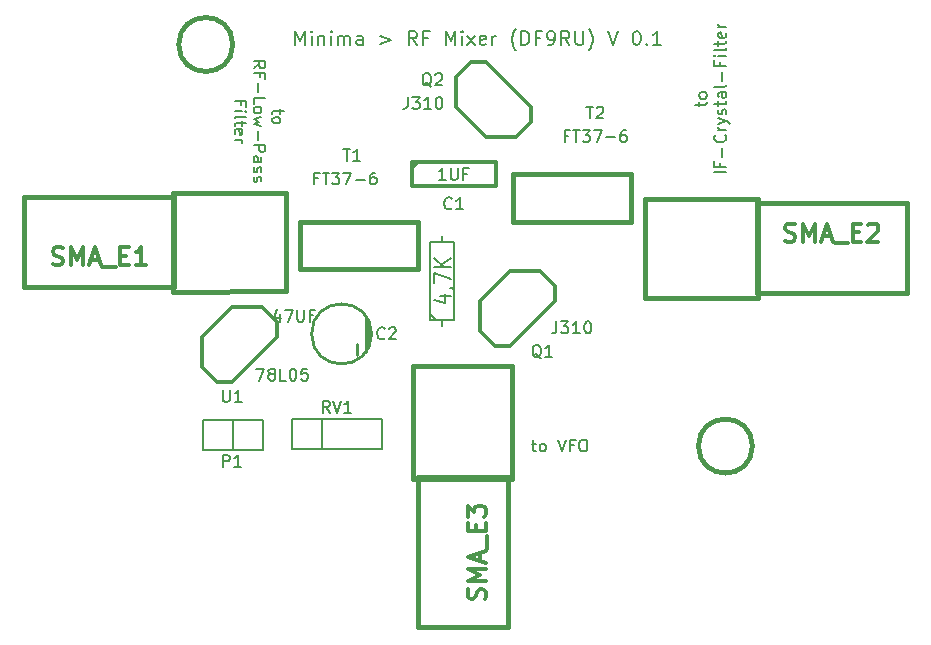
<source format=gto>
G04 #@! TF.FileFunction,Legend,Top*
%FSLAX45Y45*%
G04 Gerber Fmt 4.5, Leading zero omitted, Abs format (unit mm)*
G04 Created by KiCad (PCBNEW (2015-01-25 BZR 5388)-product) date Mo 03 Aug 2015 14:19:02 CEST*
%MOMM*%
G01*
G04 APERTURE LIST*
%ADD10C,0.150000*%
%ADD11C,0.200660*%
%ADD12C,0.210820*%
%ADD13C,0.381000*%
%ADD14C,0.304800*%
%ADD15C,0.203200*%
%ADD16C,0.254000*%
G04 APERTURE END LIST*
D10*
D11*
X15459335Y-9878459D02*
X15497459Y-9878459D01*
X15473632Y-9845101D02*
X15473632Y-9930880D01*
X15478397Y-9940411D01*
X15487928Y-9945177D01*
X15497459Y-9945177D01*
X15545114Y-9945177D02*
X15535583Y-9940411D01*
X15530818Y-9935645D01*
X15526052Y-9926114D01*
X15526052Y-9897521D01*
X15530818Y-9887990D01*
X15535583Y-9883225D01*
X15545114Y-9878459D01*
X15559411Y-9878459D01*
X15568942Y-9883225D01*
X15573708Y-9887990D01*
X15578473Y-9897521D01*
X15578473Y-9926114D01*
X15573708Y-9935645D01*
X15568942Y-9940411D01*
X15559411Y-9945177D01*
X15545114Y-9945177D01*
X15683315Y-9845101D02*
X15716673Y-9945177D01*
X15750032Y-9845101D01*
X15816749Y-9892756D02*
X15783391Y-9892756D01*
X15783391Y-9945177D02*
X15783391Y-9845101D01*
X15831046Y-9845101D01*
X15888232Y-9845101D02*
X15907294Y-9845101D01*
X15916825Y-9849866D01*
X15926356Y-9859397D01*
X15931122Y-9878459D01*
X15931122Y-9911818D01*
X15926356Y-9930880D01*
X15916825Y-9940411D01*
X15907294Y-9945177D01*
X15888232Y-9945177D01*
X15878701Y-9940411D01*
X15869170Y-9930880D01*
X15864405Y-9911818D01*
X15864405Y-9878459D01*
X15869170Y-9859397D01*
X15878701Y-9849866D01*
X15888232Y-9845101D01*
X13331705Y-7047641D02*
X13331705Y-7085765D01*
X13365064Y-7061938D02*
X13279284Y-7061938D01*
X13269753Y-7066703D01*
X13264988Y-7076234D01*
X13264988Y-7085765D01*
X13264988Y-7133421D02*
X13269753Y-7123890D01*
X13274519Y-7119124D01*
X13284050Y-7114359D01*
X13312643Y-7114359D01*
X13322174Y-7119124D01*
X13326940Y-7123890D01*
X13331705Y-7133421D01*
X13331705Y-7147717D01*
X13326940Y-7157248D01*
X13322174Y-7162014D01*
X13312643Y-7166779D01*
X13284050Y-7166779D01*
X13274519Y-7162014D01*
X13269753Y-7157248D01*
X13264988Y-7147717D01*
X13264988Y-7133421D01*
X13104815Y-6699758D02*
X13152471Y-6666399D01*
X13104815Y-6642572D02*
X13204891Y-6642572D01*
X13204891Y-6680696D01*
X13200126Y-6690227D01*
X13195360Y-6694992D01*
X13185829Y-6699758D01*
X13171533Y-6699758D01*
X13162002Y-6694992D01*
X13157236Y-6690227D01*
X13152471Y-6680696D01*
X13152471Y-6642572D01*
X13157236Y-6776006D02*
X13157236Y-6742648D01*
X13104815Y-6742648D02*
X13204891Y-6742648D01*
X13204891Y-6790303D01*
X13142940Y-6828427D02*
X13142940Y-6904675D01*
X13104815Y-6999986D02*
X13104815Y-6952331D01*
X13204891Y-6952331D01*
X13104815Y-7047641D02*
X13109581Y-7038110D01*
X13114347Y-7033345D01*
X13123878Y-7028579D01*
X13152471Y-7028579D01*
X13162002Y-7033345D01*
X13166767Y-7038110D01*
X13171533Y-7047641D01*
X13171533Y-7061938D01*
X13166767Y-7071469D01*
X13162002Y-7076234D01*
X13152471Y-7081000D01*
X13123878Y-7081000D01*
X13114347Y-7076234D01*
X13109581Y-7071469D01*
X13104815Y-7061938D01*
X13104815Y-7047641D01*
X13171533Y-7114359D02*
X13104815Y-7133421D01*
X13152471Y-7152483D01*
X13104815Y-7171545D01*
X13171533Y-7190607D01*
X13142940Y-7228731D02*
X13142940Y-7304979D01*
X13104815Y-7352635D02*
X13204891Y-7352635D01*
X13204891Y-7390759D01*
X13200126Y-7400290D01*
X13195360Y-7405055D01*
X13185829Y-7409821D01*
X13171533Y-7409821D01*
X13162002Y-7405055D01*
X13157236Y-7400290D01*
X13152471Y-7390759D01*
X13152471Y-7352635D01*
X13104815Y-7495600D02*
X13157236Y-7495600D01*
X13166767Y-7490835D01*
X13171533Y-7481304D01*
X13171533Y-7462242D01*
X13166767Y-7452711D01*
X13109581Y-7495600D02*
X13104815Y-7486069D01*
X13104815Y-7462242D01*
X13109581Y-7452711D01*
X13119112Y-7447945D01*
X13128643Y-7447945D01*
X13138174Y-7452711D01*
X13142940Y-7462242D01*
X13142940Y-7486069D01*
X13147705Y-7495600D01*
X13109581Y-7538490D02*
X13104815Y-7548021D01*
X13104815Y-7567083D01*
X13109581Y-7576614D01*
X13119112Y-7581380D01*
X13123878Y-7581380D01*
X13133409Y-7576614D01*
X13138174Y-7567083D01*
X13138174Y-7552787D01*
X13142940Y-7543256D01*
X13152471Y-7538490D01*
X13157236Y-7538490D01*
X13166767Y-7543256D01*
X13171533Y-7552787D01*
X13171533Y-7567083D01*
X13166767Y-7576614D01*
X13109581Y-7619504D02*
X13104815Y-7629035D01*
X13104815Y-7648097D01*
X13109581Y-7657628D01*
X13119112Y-7662394D01*
X13123878Y-7662394D01*
X13133409Y-7657628D01*
X13138174Y-7648097D01*
X13138174Y-7633801D01*
X13142940Y-7624270D01*
X13152471Y-7619504D01*
X13157236Y-7619504D01*
X13166767Y-7624270D01*
X13171533Y-7633801D01*
X13171533Y-7648097D01*
X13166767Y-7657628D01*
X12997064Y-7011900D02*
X12997064Y-6978541D01*
X12944643Y-6978541D02*
X13044719Y-6978541D01*
X13044719Y-7026196D01*
X12944643Y-7064321D02*
X13011360Y-7064321D01*
X13044719Y-7064321D02*
X13039954Y-7059555D01*
X13035188Y-7064321D01*
X13039954Y-7069086D01*
X13044719Y-7064321D01*
X13035188Y-7064321D01*
X12944643Y-7126272D02*
X12949409Y-7116741D01*
X12958940Y-7111976D01*
X13044719Y-7111976D01*
X13011360Y-7150100D02*
X13011360Y-7188224D01*
X13044719Y-7164397D02*
X12958940Y-7164397D01*
X12949409Y-7169162D01*
X12944643Y-7178693D01*
X12944643Y-7188224D01*
X12949409Y-7259707D02*
X12944643Y-7250176D01*
X12944643Y-7231114D01*
X12949409Y-7221583D01*
X12958940Y-7216817D01*
X12997064Y-7216817D01*
X13006595Y-7221583D01*
X13011360Y-7231114D01*
X13011360Y-7250176D01*
X13006595Y-7259707D01*
X12997064Y-7264473D01*
X12987533Y-7264473D01*
X12978002Y-7216817D01*
X12944643Y-7307362D02*
X13011360Y-7307362D01*
X12992298Y-7307362D02*
X13001829Y-7312128D01*
X13006595Y-7316893D01*
X13011360Y-7326424D01*
X13011360Y-7335955D01*
D12*
X16877861Y-7024443D02*
X16877861Y-6986318D01*
X16844502Y-7010146D02*
X16930282Y-7010146D01*
X16939813Y-7005380D01*
X16944578Y-6995849D01*
X16944578Y-6986318D01*
X16944578Y-6938663D02*
X16939813Y-6948194D01*
X16935047Y-6952960D01*
X16925516Y-6957725D01*
X16896923Y-6957725D01*
X16887392Y-6952960D01*
X16882627Y-6948194D01*
X16877861Y-6938663D01*
X16877861Y-6924366D01*
X16882627Y-6914835D01*
X16887392Y-6910070D01*
X16896923Y-6905304D01*
X16925516Y-6905304D01*
X16935047Y-6910070D01*
X16939813Y-6914835D01*
X16944578Y-6924366D01*
X16944578Y-6938663D01*
X17105767Y-7582009D02*
X17005691Y-7582009D01*
X17053346Y-7500995D02*
X17053346Y-7534354D01*
X17105767Y-7534354D02*
X17005691Y-7534354D01*
X17005691Y-7486698D01*
X17067643Y-7448574D02*
X17067643Y-7372326D01*
X17096236Y-7267484D02*
X17101001Y-7272250D01*
X17105767Y-7286546D01*
X17105767Y-7296077D01*
X17101001Y-7310374D01*
X17091470Y-7319905D01*
X17081939Y-7324671D01*
X17062877Y-7329436D01*
X17048580Y-7329436D01*
X17029518Y-7324671D01*
X17019987Y-7319905D01*
X17010456Y-7310374D01*
X17005691Y-7296077D01*
X17005691Y-7286546D01*
X17010456Y-7272250D01*
X17015222Y-7267484D01*
X17105767Y-7224595D02*
X17039049Y-7224595D01*
X17058111Y-7224595D02*
X17048580Y-7219829D01*
X17043815Y-7215063D01*
X17039049Y-7205532D01*
X17039049Y-7196001D01*
X17039049Y-7172174D02*
X17105767Y-7148346D01*
X17039049Y-7124519D02*
X17105767Y-7148346D01*
X17129594Y-7157877D01*
X17134360Y-7162643D01*
X17139125Y-7172174D01*
X17101001Y-7091160D02*
X17105767Y-7081629D01*
X17105767Y-7062567D01*
X17101001Y-7053036D01*
X17091470Y-7048270D01*
X17086705Y-7048270D01*
X17077174Y-7053036D01*
X17072408Y-7062567D01*
X17072408Y-7076863D01*
X17067643Y-7086394D01*
X17058111Y-7091160D01*
X17053346Y-7091160D01*
X17043815Y-7086394D01*
X17039049Y-7076863D01*
X17039049Y-7062567D01*
X17043815Y-7053036D01*
X17039049Y-7019677D02*
X17039049Y-6981553D01*
X17005691Y-7005380D02*
X17091470Y-7005380D01*
X17101001Y-7000615D01*
X17105767Y-6991084D01*
X17105767Y-6981553D01*
X17105767Y-6905304D02*
X17053346Y-6905304D01*
X17043815Y-6910070D01*
X17039049Y-6919601D01*
X17039049Y-6938663D01*
X17043815Y-6948194D01*
X17101001Y-6905304D02*
X17105767Y-6914835D01*
X17105767Y-6938663D01*
X17101001Y-6948194D01*
X17091470Y-6952960D01*
X17081939Y-6952960D01*
X17072408Y-6948194D01*
X17067643Y-6938663D01*
X17067643Y-6914835D01*
X17062877Y-6905304D01*
X17105767Y-6843353D02*
X17101001Y-6852884D01*
X17091470Y-6857649D01*
X17005691Y-6857649D01*
X17067643Y-6805228D02*
X17067643Y-6728980D01*
X17053346Y-6647966D02*
X17053346Y-6681325D01*
X17105767Y-6681325D02*
X17005691Y-6681325D01*
X17005691Y-6633669D01*
X17105767Y-6595545D02*
X17039049Y-6595545D01*
X17005691Y-6595545D02*
X17010456Y-6600311D01*
X17015222Y-6595545D01*
X17010456Y-6590780D01*
X17005691Y-6595545D01*
X17015222Y-6595545D01*
X17105767Y-6533594D02*
X17101001Y-6543125D01*
X17091470Y-6547890D01*
X17005691Y-6547890D01*
X17039049Y-6509766D02*
X17039049Y-6471642D01*
X17005691Y-6495469D02*
X17091470Y-6495469D01*
X17101001Y-6490704D01*
X17105767Y-6481173D01*
X17105767Y-6471642D01*
X17101001Y-6400159D02*
X17105767Y-6409690D01*
X17105767Y-6428752D01*
X17101001Y-6438283D01*
X17091470Y-6443049D01*
X17053346Y-6443049D01*
X17043815Y-6438283D01*
X17039049Y-6428752D01*
X17039049Y-6409690D01*
X17043815Y-6400159D01*
X17053346Y-6395393D01*
X17062877Y-6395393D01*
X17072408Y-6443049D01*
X17105767Y-6352504D02*
X17039049Y-6352504D01*
X17058111Y-6352504D02*
X17048580Y-6347738D01*
X17043815Y-6342973D01*
X17039049Y-6333442D01*
X17039049Y-6323910D01*
D11*
X13460065Y-6504311D02*
X13460065Y-6384423D01*
X13500028Y-6470057D01*
X13539990Y-6384423D01*
X13539990Y-6504311D01*
X13597080Y-6504311D02*
X13597080Y-6424386D01*
X13597080Y-6384423D02*
X13591371Y-6390132D01*
X13597080Y-6395841D01*
X13602789Y-6390132D01*
X13597080Y-6384423D01*
X13597080Y-6395841D01*
X13654169Y-6424386D02*
X13654169Y-6504311D01*
X13654169Y-6435804D02*
X13659878Y-6430095D01*
X13671296Y-6424386D01*
X13688423Y-6424386D01*
X13699841Y-6430095D01*
X13705550Y-6441513D01*
X13705550Y-6504311D01*
X13762640Y-6504311D02*
X13762640Y-6424386D01*
X13762640Y-6384423D02*
X13756931Y-6390132D01*
X13762640Y-6395841D01*
X13768348Y-6390132D01*
X13762640Y-6384423D01*
X13762640Y-6395841D01*
X13819729Y-6504311D02*
X13819729Y-6424386D01*
X13819729Y-6435804D02*
X13825438Y-6430095D01*
X13836856Y-6424386D01*
X13853983Y-6424386D01*
X13865401Y-6430095D01*
X13871110Y-6441513D01*
X13871110Y-6504311D01*
X13871110Y-6441513D02*
X13876819Y-6430095D01*
X13888236Y-6424386D01*
X13905363Y-6424386D01*
X13916781Y-6430095D01*
X13922490Y-6441513D01*
X13922490Y-6504311D01*
X14030960Y-6504311D02*
X14030960Y-6441513D01*
X14025251Y-6430095D01*
X14013833Y-6424386D01*
X13990998Y-6424386D01*
X13979580Y-6430095D01*
X14030960Y-6498602D02*
X14019542Y-6504311D01*
X13990998Y-6504311D01*
X13979580Y-6498602D01*
X13973871Y-6487184D01*
X13973871Y-6475766D01*
X13979580Y-6464348D01*
X13990998Y-6458639D01*
X14019542Y-6458639D01*
X14030960Y-6452930D01*
X14179393Y-6424386D02*
X14270736Y-6458639D01*
X14179393Y-6492893D01*
X14487676Y-6504311D02*
X14447714Y-6447221D01*
X14419169Y-6504311D02*
X14419169Y-6384423D01*
X14464841Y-6384423D01*
X14476259Y-6390132D01*
X14481967Y-6395841D01*
X14487676Y-6407259D01*
X14487676Y-6424386D01*
X14481967Y-6435804D01*
X14476259Y-6441513D01*
X14464841Y-6447221D01*
X14419169Y-6447221D01*
X14579020Y-6441513D02*
X14539057Y-6441513D01*
X14539057Y-6504311D02*
X14539057Y-6384423D01*
X14596147Y-6384423D01*
X14733161Y-6504311D02*
X14733161Y-6384423D01*
X14773124Y-6470057D01*
X14813087Y-6384423D01*
X14813087Y-6504311D01*
X14870176Y-6504311D02*
X14870176Y-6424386D01*
X14870176Y-6384423D02*
X14864467Y-6390132D01*
X14870176Y-6395841D01*
X14875885Y-6390132D01*
X14870176Y-6384423D01*
X14870176Y-6395841D01*
X14915848Y-6504311D02*
X14978646Y-6424386D01*
X14915848Y-6424386D02*
X14978646Y-6504311D01*
X15069990Y-6498602D02*
X15058572Y-6504311D01*
X15035736Y-6504311D01*
X15024318Y-6498602D01*
X15018609Y-6487184D01*
X15018609Y-6441513D01*
X15024318Y-6430095D01*
X15035736Y-6424386D01*
X15058572Y-6424386D01*
X15069990Y-6430095D01*
X15075698Y-6441513D01*
X15075698Y-6452930D01*
X15018609Y-6464348D01*
X15127079Y-6504311D02*
X15127079Y-6424386D01*
X15127079Y-6447221D02*
X15132788Y-6435804D01*
X15138497Y-6430095D01*
X15149915Y-6424386D01*
X15161333Y-6424386D01*
X15326892Y-6549983D02*
X15321183Y-6544274D01*
X15309765Y-6527147D01*
X15304057Y-6515729D01*
X15298348Y-6498602D01*
X15292639Y-6470057D01*
X15292639Y-6447221D01*
X15298348Y-6418677D01*
X15304057Y-6401550D01*
X15309765Y-6390132D01*
X15321183Y-6373005D01*
X15326892Y-6367296D01*
X15372564Y-6504311D02*
X15372564Y-6384423D01*
X15401109Y-6384423D01*
X15418236Y-6390132D01*
X15429653Y-6401550D01*
X15435362Y-6412968D01*
X15441071Y-6435804D01*
X15441071Y-6452930D01*
X15435362Y-6475766D01*
X15429653Y-6487184D01*
X15418236Y-6498602D01*
X15401109Y-6504311D01*
X15372564Y-6504311D01*
X15532415Y-6441513D02*
X15492452Y-6441513D01*
X15492452Y-6504311D02*
X15492452Y-6384423D01*
X15549541Y-6384423D01*
X15600922Y-6504311D02*
X15623758Y-6504311D01*
X15635176Y-6498602D01*
X15640885Y-6492893D01*
X15652303Y-6475766D01*
X15658011Y-6452930D01*
X15658011Y-6407259D01*
X15652303Y-6395841D01*
X15646594Y-6390132D01*
X15635176Y-6384423D01*
X15612340Y-6384423D01*
X15600922Y-6390132D01*
X15595213Y-6395841D01*
X15589504Y-6407259D01*
X15589504Y-6435804D01*
X15595213Y-6447221D01*
X15600922Y-6452930D01*
X15612340Y-6458639D01*
X15635176Y-6458639D01*
X15646594Y-6452930D01*
X15652303Y-6447221D01*
X15658011Y-6435804D01*
X15777899Y-6504311D02*
X15737937Y-6447221D01*
X15709392Y-6504311D02*
X15709392Y-6384423D01*
X15755064Y-6384423D01*
X15766482Y-6390132D01*
X15772190Y-6395841D01*
X15777899Y-6407259D01*
X15777899Y-6424386D01*
X15772190Y-6435804D01*
X15766482Y-6441513D01*
X15755064Y-6447221D01*
X15709392Y-6447221D01*
X15829280Y-6384423D02*
X15829280Y-6481475D01*
X15834989Y-6492893D01*
X15840698Y-6498602D01*
X15852116Y-6504311D01*
X15874952Y-6504311D01*
X15886370Y-6498602D01*
X15892078Y-6492893D01*
X15897787Y-6481475D01*
X15897787Y-6384423D01*
X15943459Y-6549983D02*
X15949168Y-6544274D01*
X15960586Y-6527147D01*
X15966295Y-6515729D01*
X15972004Y-6498602D01*
X15977713Y-6470057D01*
X15977713Y-6447221D01*
X15972004Y-6418677D01*
X15966295Y-6401550D01*
X15960586Y-6390132D01*
X15949168Y-6373005D01*
X15943459Y-6367296D01*
X16109019Y-6384423D02*
X16148981Y-6504311D01*
X16188944Y-6384423D01*
X16343086Y-6384423D02*
X16354504Y-6384423D01*
X16365921Y-6390132D01*
X16371630Y-6395841D01*
X16377339Y-6407259D01*
X16383048Y-6430095D01*
X16383048Y-6458639D01*
X16377339Y-6481475D01*
X16371630Y-6492893D01*
X16365921Y-6498602D01*
X16354504Y-6504311D01*
X16343086Y-6504311D01*
X16331668Y-6498602D01*
X16325959Y-6492893D01*
X16320250Y-6481475D01*
X16314541Y-6458639D01*
X16314541Y-6430095D01*
X16320250Y-6407259D01*
X16325959Y-6395841D01*
X16331668Y-6390132D01*
X16343086Y-6384423D01*
X16434429Y-6492893D02*
X16440138Y-6498602D01*
X16434429Y-6504311D01*
X16428720Y-6498602D01*
X16434429Y-6492893D01*
X16434429Y-6504311D01*
X16554317Y-6504311D02*
X16485809Y-6504311D01*
X16520063Y-6504311D02*
X16520063Y-6384423D01*
X16508645Y-6401550D01*
X16497227Y-6412968D01*
X16485809Y-6418677D01*
D10*
X12930000Y-9683000D02*
X12930000Y-9937000D01*
X12676000Y-9683000D02*
X12676000Y-9937000D01*
X12676000Y-9937000D02*
X12930000Y-9937000D01*
X12930000Y-9937000D02*
X13184000Y-9937000D01*
X13184000Y-9937000D02*
X13184000Y-9683000D01*
X13184000Y-9683000D02*
X12676000Y-9683000D01*
D13*
X17328642Y-9900158D02*
G75*
G03X17328642Y-9900158I-228600J0D01*
G01*
X12928600Y-6499860D02*
G75*
G03X12928600Y-6499860I-228600J0D01*
G01*
X15299944Y-7999984D02*
X15299944Y-7600188D01*
X15299944Y-7600188D02*
X16300196Y-7600188D01*
X16300196Y-7600188D02*
X16300196Y-7999984D01*
X16300196Y-7999984D02*
X15299944Y-7999984D01*
X14500098Y-7999984D02*
X14500098Y-8399780D01*
X14500098Y-8399780D02*
X13499846Y-8399780D01*
X13499846Y-8399780D02*
X13499846Y-7999984D01*
X13499846Y-7999984D02*
X14500098Y-7999984D01*
D14*
X15273020Y-9054084D02*
X15654020Y-8673084D01*
X15654020Y-8673084D02*
X15654020Y-8546084D01*
X15654020Y-8546084D02*
X15527020Y-8419084D01*
X15527020Y-8419084D02*
X15273020Y-8419084D01*
X15273020Y-8419084D02*
X15019020Y-8673084D01*
X15019020Y-8673084D02*
X15019020Y-8927084D01*
X15019020Y-8927084D02*
X15146020Y-9054084D01*
X15146020Y-9054084D02*
X15273020Y-9054084D01*
D15*
X14699996Y-8881110D02*
X14699996Y-8830310D01*
X14699996Y-8119110D02*
X14699996Y-8169910D01*
X14699996Y-8169910D02*
X14598396Y-8169910D01*
X14598396Y-8169910D02*
X14598396Y-8830310D01*
X14598396Y-8830310D02*
X14801596Y-8830310D01*
X14801596Y-8830310D02*
X14801596Y-8169910D01*
X14801596Y-8169910D02*
X14699996Y-8169910D01*
X14649196Y-8830310D02*
X14598396Y-8779510D01*
D16*
X13977112Y-9038844D02*
X13977112Y-9127744D01*
X14078712Y-9051544D02*
X14078712Y-8848344D01*
X14078712Y-8848344D02*
X14066012Y-8848344D01*
X14066012Y-8848344D02*
X14066012Y-9051544D01*
X14053312Y-8797544D02*
X14053312Y-9102344D01*
X14104112Y-8949944D02*
G75*
G03X14104112Y-8949944I-254000J0D01*
G01*
D14*
X14444472Y-7498334D02*
X15155672Y-7498334D01*
X15155672Y-7498334D02*
X15155672Y-7701534D01*
X15155672Y-7701534D02*
X14444472Y-7701534D01*
X14444472Y-7701534D02*
X14444472Y-7498334D01*
X14444472Y-7549134D02*
X14495272Y-7498334D01*
X12923012Y-9354058D02*
X13304012Y-8973058D01*
X13304012Y-8973058D02*
X13304012Y-8846058D01*
X13304012Y-8846058D02*
X13177012Y-8719058D01*
X13177012Y-8719058D02*
X12923012Y-8719058D01*
X12923012Y-8719058D02*
X12669012Y-8973058D01*
X12669012Y-8973058D02*
X12669012Y-9227058D01*
X12669012Y-9227058D02*
X12796012Y-9354058D01*
X12796012Y-9354058D02*
X12923012Y-9354058D01*
X15454122Y-7026910D02*
X15073122Y-6645910D01*
X15073122Y-6645910D02*
X14946122Y-6645910D01*
X14946122Y-6645910D02*
X14819122Y-6772910D01*
X14819122Y-6772910D02*
X14819122Y-7026910D01*
X14819122Y-7026910D02*
X15073122Y-7280910D01*
X15073122Y-7280910D02*
X15327122Y-7280910D01*
X15327122Y-7280910D02*
X15454122Y-7153910D01*
X15454122Y-7153910D02*
X15454122Y-7026910D01*
D13*
X15289530Y-9225280D02*
X15294610Y-10175240D01*
X15294610Y-10175240D02*
X14456410Y-10175240D01*
X14456410Y-10175240D02*
X14456410Y-9220200D01*
X14456410Y-9220200D02*
X15289530Y-9220200D01*
X15256510Y-10165080D02*
X14494510Y-10165080D01*
X14494510Y-10165080D02*
X14494510Y-11435080D01*
X14494510Y-11435080D02*
X15256510Y-11435080D01*
X15256510Y-11435080D02*
X15256510Y-10165080D01*
X16425164Y-7810500D02*
X17375124Y-7805420D01*
X17375124Y-7805420D02*
X17375124Y-8643620D01*
X17375124Y-8643620D02*
X16420084Y-8643620D01*
X16420084Y-8643620D02*
X16420084Y-7810500D01*
X17364964Y-7843520D02*
X17364964Y-8605520D01*
X17364964Y-8605520D02*
X18634964Y-8605520D01*
X18634964Y-8605520D02*
X18634964Y-7843520D01*
X18634964Y-7843520D02*
X17364964Y-7843520D01*
X13374878Y-8589518D02*
X12424918Y-8594598D01*
X12424918Y-8594598D02*
X12424918Y-7756398D01*
X12424918Y-7756398D02*
X13379958Y-7756398D01*
X13379958Y-7756398D02*
X13379958Y-8589518D01*
X12435078Y-8556498D02*
X12435078Y-7794498D01*
X12435078Y-7794498D02*
X11165078Y-7794498D01*
X11165078Y-7794498D02*
X11165078Y-8556498D01*
X11165078Y-8556498D02*
X12435078Y-8556498D01*
D10*
X13683000Y-9927000D02*
X14191000Y-9927000D01*
X14191000Y-9927000D02*
X14191000Y-9673000D01*
X14191000Y-9673000D02*
X13683000Y-9673000D01*
X13429000Y-9673000D02*
X13683000Y-9673000D01*
X13683000Y-9673000D02*
X13683000Y-9927000D01*
X13429000Y-9673000D02*
X13429000Y-9927000D01*
X13429000Y-9927000D02*
X13683000Y-9927000D01*
X12846190Y-10075238D02*
X12846190Y-9975238D01*
X12884286Y-9975238D01*
X12893810Y-9980000D01*
X12898571Y-9984762D01*
X12903333Y-9994286D01*
X12903333Y-10008571D01*
X12898571Y-10018095D01*
X12893810Y-10022857D01*
X12884286Y-10027619D01*
X12846190Y-10027619D01*
X12998571Y-10075238D02*
X12941429Y-10075238D01*
X12970000Y-10075238D02*
X12970000Y-9975238D01*
X12960476Y-9989524D01*
X12950952Y-9999048D01*
X12941429Y-10003810D01*
D11*
X15923720Y-7025192D02*
X15980906Y-7025192D01*
X15952313Y-7125268D02*
X15952313Y-7025192D01*
X16009499Y-7034723D02*
X16014265Y-7029958D01*
X16023796Y-7025192D01*
X16047623Y-7025192D01*
X16057154Y-7029958D01*
X16061920Y-7034723D01*
X16066685Y-7044255D01*
X16066685Y-7053786D01*
X16061920Y-7068082D01*
X16004734Y-7125268D01*
X16066685Y-7125268D01*
X15771223Y-7272746D02*
X15737864Y-7272746D01*
X15737864Y-7325166D02*
X15737864Y-7225090D01*
X15785519Y-7225090D01*
X15809347Y-7225090D02*
X15866533Y-7225090D01*
X15837940Y-7325166D02*
X15837940Y-7225090D01*
X15890361Y-7225090D02*
X15952313Y-7225090D01*
X15918954Y-7263215D01*
X15933251Y-7263215D01*
X15942782Y-7267980D01*
X15947547Y-7272746D01*
X15952313Y-7282277D01*
X15952313Y-7306104D01*
X15947547Y-7315635D01*
X15942782Y-7320401D01*
X15933251Y-7325166D01*
X15904657Y-7325166D01*
X15895126Y-7320401D01*
X15890361Y-7315635D01*
X15985671Y-7225090D02*
X16052389Y-7225090D01*
X16009499Y-7325166D01*
X16090513Y-7287042D02*
X16166761Y-7287042D01*
X16257306Y-7225090D02*
X16238244Y-7225090D01*
X16228713Y-7229856D01*
X16223948Y-7234621D01*
X16214417Y-7248918D01*
X16209651Y-7267980D01*
X16209651Y-7306104D01*
X16214417Y-7315635D01*
X16219182Y-7320401D01*
X16228713Y-7325166D01*
X16247775Y-7325166D01*
X16257306Y-7320401D01*
X16262072Y-7315635D01*
X16266837Y-7306104D01*
X16266837Y-7282277D01*
X16262072Y-7272746D01*
X16257306Y-7267980D01*
X16247775Y-7263215D01*
X16228713Y-7263215D01*
X16219182Y-7267980D01*
X16214417Y-7272746D01*
X16209651Y-7282277D01*
X13863780Y-7385110D02*
X13920966Y-7385110D01*
X13892373Y-7485186D02*
X13892373Y-7385110D01*
X14006745Y-7485186D02*
X13949559Y-7485186D01*
X13978152Y-7485186D02*
X13978152Y-7385110D01*
X13968621Y-7399407D01*
X13959090Y-7408938D01*
X13949559Y-7413704D01*
X13651339Y-7632918D02*
X13617980Y-7632918D01*
X13617980Y-7685338D02*
X13617980Y-7585262D01*
X13665635Y-7585262D01*
X13689463Y-7585262D02*
X13746649Y-7585262D01*
X13718056Y-7685338D02*
X13718056Y-7585262D01*
X13770477Y-7585262D02*
X13832429Y-7585262D01*
X13799070Y-7623387D01*
X13813367Y-7623387D01*
X13822898Y-7628152D01*
X13827663Y-7632918D01*
X13832429Y-7642449D01*
X13832429Y-7666276D01*
X13827663Y-7675807D01*
X13822898Y-7680573D01*
X13813367Y-7685338D01*
X13784773Y-7685338D01*
X13775242Y-7680573D01*
X13770477Y-7675807D01*
X13865787Y-7585262D02*
X13932505Y-7585262D01*
X13889615Y-7685338D01*
X13970629Y-7647214D02*
X14046877Y-7647214D01*
X14137422Y-7585262D02*
X14118360Y-7585262D01*
X14108829Y-7590028D01*
X14104064Y-7594793D01*
X14094533Y-7609090D01*
X14089767Y-7628152D01*
X14089767Y-7666276D01*
X14094533Y-7675807D01*
X14099298Y-7680573D01*
X14108829Y-7685338D01*
X14127891Y-7685338D01*
X14137422Y-7680573D01*
X14142188Y-7675807D01*
X14146953Y-7666276D01*
X14146953Y-7642449D01*
X14142188Y-7632918D01*
X14137422Y-7628152D01*
X14127891Y-7623387D01*
X14108829Y-7623387D01*
X14099298Y-7628152D01*
X14094533Y-7632918D01*
X14089767Y-7642449D01*
D15*
X15540204Y-9155696D02*
X15530528Y-9150858D01*
X15520851Y-9141182D01*
X15506337Y-9126668D01*
X15496661Y-9121829D01*
X15486985Y-9121829D01*
X15491823Y-9146020D02*
X15482147Y-9141182D01*
X15472470Y-9131506D01*
X15467632Y-9112153D01*
X15467632Y-9078287D01*
X15472470Y-9058934D01*
X15482147Y-9049258D01*
X15491823Y-9044420D01*
X15511175Y-9044420D01*
X15520851Y-9049258D01*
X15530528Y-9058934D01*
X15535366Y-9078287D01*
X15535366Y-9112153D01*
X15530528Y-9131506D01*
X15520851Y-9141182D01*
X15511175Y-9146020D01*
X15491823Y-9146020D01*
X15632128Y-9146020D02*
X15574070Y-9146020D01*
X15603099Y-9146020D02*
X15603099Y-9044420D01*
X15593423Y-9058934D01*
X15583747Y-9068610D01*
X15574070Y-9073449D01*
X15669187Y-8844522D02*
X15669187Y-8917093D01*
X15664349Y-8931608D01*
X15654673Y-8941284D01*
X15640159Y-8946122D01*
X15630483Y-8946122D01*
X15707892Y-8844522D02*
X15770787Y-8844522D01*
X15736921Y-8883227D01*
X15751435Y-8883227D01*
X15761111Y-8888065D01*
X15765949Y-8892903D01*
X15770787Y-8902579D01*
X15770787Y-8926770D01*
X15765949Y-8936446D01*
X15761111Y-8941284D01*
X15751435Y-8946122D01*
X15722406Y-8946122D01*
X15712730Y-8941284D01*
X15707892Y-8936446D01*
X15867549Y-8946122D02*
X15809492Y-8946122D01*
X15838521Y-8946122D02*
X15838521Y-8844522D01*
X15828845Y-8859036D01*
X15819168Y-8868712D01*
X15809492Y-8873551D01*
X15930445Y-8844522D02*
X15940121Y-8844522D01*
X15949797Y-8849360D01*
X15954635Y-8854198D01*
X15959473Y-8863874D01*
X15964311Y-8883227D01*
X15964311Y-8907417D01*
X15959473Y-8926770D01*
X15954635Y-8936446D01*
X15949797Y-8941284D01*
X15940121Y-8946122D01*
X15930445Y-8946122D01*
X15920768Y-8941284D01*
X15915930Y-8936446D01*
X15911092Y-8926770D01*
X15906254Y-8907417D01*
X15906254Y-8883227D01*
X15911092Y-8863874D01*
X15915930Y-8854198D01*
X15920768Y-8849360D01*
X15930445Y-8844522D01*
X14682760Y-8630134D02*
X14775894Y-8630134D01*
X14629541Y-8660372D02*
X14729327Y-8690610D01*
X14729327Y-8611991D01*
X14769241Y-8557562D02*
X14775894Y-8557562D01*
X14789198Y-8563610D01*
X14795851Y-8569658D01*
X14636194Y-8515229D02*
X14636194Y-8430562D01*
X14775894Y-8484991D01*
X14775894Y-8382181D02*
X14636194Y-8382181D01*
X14775894Y-8309610D02*
X14696065Y-8364038D01*
X14636194Y-8309610D02*
X14716022Y-8382181D01*
D11*
X14214433Y-8985685D02*
X14209667Y-8990451D01*
X14195371Y-8995217D01*
X14185840Y-8995217D01*
X14171543Y-8990451D01*
X14162012Y-8980920D01*
X14157246Y-8971389D01*
X14152481Y-8952327D01*
X14152481Y-8938030D01*
X14157246Y-8918968D01*
X14162012Y-8909437D01*
X14171543Y-8899906D01*
X14185840Y-8895141D01*
X14195371Y-8895141D01*
X14209667Y-8899906D01*
X14214433Y-8904672D01*
X14252557Y-8904672D02*
X14257322Y-8899906D01*
X14266853Y-8895141D01*
X14290681Y-8895141D01*
X14300212Y-8899906D01*
X14304978Y-8904672D01*
X14309743Y-8914203D01*
X14309743Y-8923734D01*
X14304978Y-8938030D01*
X14247791Y-8995217D01*
X14309743Y-8995217D01*
X13326158Y-8778639D02*
X13326158Y-8845357D01*
X13302331Y-8740515D02*
X13278503Y-8811998D01*
X13340455Y-8811998D01*
X13369048Y-8745281D02*
X13435765Y-8745281D01*
X13392876Y-8845357D01*
X13473890Y-8745281D02*
X13473890Y-8826294D01*
X13478655Y-8835825D01*
X13483421Y-8840591D01*
X13492952Y-8845357D01*
X13512014Y-8845357D01*
X13521545Y-8840591D01*
X13526310Y-8835825D01*
X13531076Y-8826294D01*
X13531076Y-8745281D01*
X13612090Y-8792936D02*
X13578731Y-8792936D01*
X13578731Y-8845357D02*
X13578731Y-8745281D01*
X13626386Y-8745281D01*
D15*
X14783139Y-7886410D02*
X14778301Y-7891248D01*
X14763786Y-7896086D01*
X14754110Y-7896086D01*
X14739596Y-7891248D01*
X14729920Y-7881572D01*
X14725082Y-7871895D01*
X14720243Y-7852543D01*
X14720243Y-7838029D01*
X14725082Y-7818676D01*
X14729920Y-7809000D01*
X14739596Y-7799324D01*
X14754110Y-7794486D01*
X14763786Y-7794486D01*
X14778301Y-7799324D01*
X14783139Y-7804162D01*
X14879901Y-7896086D02*
X14821843Y-7896086D01*
X14850872Y-7896086D02*
X14850872Y-7794486D01*
X14841196Y-7809000D01*
X14831520Y-7818676D01*
X14821843Y-7823514D01*
X14732339Y-7645896D02*
X14674282Y-7645896D01*
X14703310Y-7645896D02*
X14703310Y-7544296D01*
X14693634Y-7558810D01*
X14683958Y-7568486D01*
X14674282Y-7573324D01*
X14775882Y-7544296D02*
X14775882Y-7626543D01*
X14780720Y-7636220D01*
X14785558Y-7641058D01*
X14795234Y-7645896D01*
X14814586Y-7645896D01*
X14824262Y-7641058D01*
X14829101Y-7636220D01*
X14833939Y-7626543D01*
X14833939Y-7544296D01*
X14916186Y-7592677D02*
X14882320Y-7592677D01*
X14882320Y-7645896D02*
X14882320Y-7544296D01*
X14930701Y-7544296D01*
X12845602Y-9425420D02*
X12845602Y-9507668D01*
X12850441Y-9517344D01*
X12855279Y-9522182D01*
X12864955Y-9527020D01*
X12884307Y-9527020D01*
X12893983Y-9522182D01*
X12898821Y-9517344D01*
X12903660Y-9507668D01*
X12903660Y-9425420D01*
X13005260Y-9527020D02*
X12947202Y-9527020D01*
X12976231Y-9527020D02*
X12976231Y-9425420D01*
X12966555Y-9439934D01*
X12956879Y-9449610D01*
X12947202Y-9454449D01*
X13129853Y-9244318D02*
X13197586Y-9244318D01*
X13154043Y-9345918D01*
X13250805Y-9287861D02*
X13241129Y-9283023D01*
X13236291Y-9278185D01*
X13231453Y-9268508D01*
X13231453Y-9263670D01*
X13236291Y-9253994D01*
X13241129Y-9249156D01*
X13250805Y-9244318D01*
X13270157Y-9244318D01*
X13279834Y-9249156D01*
X13284672Y-9253994D01*
X13289510Y-9263670D01*
X13289510Y-9268508D01*
X13284672Y-9278185D01*
X13279834Y-9283023D01*
X13270157Y-9287861D01*
X13250805Y-9287861D01*
X13241129Y-9292699D01*
X13236291Y-9297537D01*
X13231453Y-9307213D01*
X13231453Y-9326566D01*
X13236291Y-9336242D01*
X13241129Y-9341080D01*
X13250805Y-9345918D01*
X13270157Y-9345918D01*
X13279834Y-9341080D01*
X13284672Y-9336242D01*
X13289510Y-9326566D01*
X13289510Y-9307213D01*
X13284672Y-9297537D01*
X13279834Y-9292699D01*
X13270157Y-9287861D01*
X13381434Y-9345918D02*
X13333053Y-9345918D01*
X13333053Y-9244318D01*
X13434653Y-9244318D02*
X13444329Y-9244318D01*
X13454005Y-9249156D01*
X13458843Y-9253994D01*
X13463681Y-9263670D01*
X13468519Y-9283023D01*
X13468519Y-9307213D01*
X13463681Y-9326566D01*
X13458843Y-9336242D01*
X13454005Y-9341080D01*
X13444329Y-9345918D01*
X13434653Y-9345918D01*
X13424976Y-9341080D01*
X13420138Y-9336242D01*
X13415300Y-9326566D01*
X13410462Y-9307213D01*
X13410462Y-9283023D01*
X13415300Y-9263670D01*
X13420138Y-9253994D01*
X13424976Y-9249156D01*
X13434653Y-9244318D01*
X13560443Y-9244318D02*
X13512062Y-9244318D01*
X13507224Y-9292699D01*
X13512062Y-9287861D01*
X13521738Y-9283023D01*
X13545929Y-9283023D01*
X13555605Y-9287861D01*
X13560443Y-9292699D01*
X13565281Y-9302375D01*
X13565281Y-9326566D01*
X13560443Y-9336242D01*
X13555605Y-9341080D01*
X13545929Y-9345918D01*
X13521738Y-9345918D01*
X13512062Y-9341080D01*
X13507224Y-9336242D01*
X14610310Y-6855726D02*
X14600634Y-6850888D01*
X14590957Y-6841212D01*
X14576443Y-6826697D01*
X14566767Y-6821859D01*
X14557091Y-6821859D01*
X14561929Y-6846050D02*
X14552253Y-6841212D01*
X14542576Y-6831536D01*
X14537738Y-6812183D01*
X14537738Y-6778317D01*
X14542576Y-6758964D01*
X14552253Y-6749288D01*
X14561929Y-6744450D01*
X14581281Y-6744450D01*
X14590957Y-6749288D01*
X14600634Y-6758964D01*
X14605472Y-6778317D01*
X14605472Y-6812183D01*
X14600634Y-6831536D01*
X14590957Y-6841212D01*
X14581281Y-6846050D01*
X14561929Y-6846050D01*
X14644176Y-6754126D02*
X14649015Y-6749288D01*
X14658691Y-6744450D01*
X14682881Y-6744450D01*
X14692557Y-6749288D01*
X14697395Y-6754126D01*
X14702234Y-6763802D01*
X14702234Y-6773478D01*
X14697395Y-6787993D01*
X14639338Y-6846050D01*
X14702234Y-6846050D01*
X14409347Y-6944348D02*
X14409347Y-7016919D01*
X14404509Y-7031434D01*
X14394833Y-7041110D01*
X14380319Y-7045948D01*
X14370643Y-7045948D01*
X14448052Y-6944348D02*
X14510947Y-6944348D01*
X14477081Y-6983053D01*
X14491595Y-6983053D01*
X14501271Y-6987891D01*
X14506109Y-6992729D01*
X14510947Y-7002405D01*
X14510947Y-7026595D01*
X14506109Y-7036272D01*
X14501271Y-7041110D01*
X14491595Y-7045948D01*
X14462566Y-7045948D01*
X14452890Y-7041110D01*
X14448052Y-7036272D01*
X14607709Y-7045948D02*
X14549652Y-7045948D01*
X14578681Y-7045948D02*
X14578681Y-6944348D01*
X14569005Y-6958862D01*
X14559328Y-6968538D01*
X14549652Y-6973376D01*
X14670605Y-6944348D02*
X14680281Y-6944348D01*
X14689957Y-6949186D01*
X14694795Y-6954024D01*
X14699633Y-6963700D01*
X14704471Y-6983053D01*
X14704471Y-7007243D01*
X14699633Y-7026595D01*
X14694795Y-7036272D01*
X14689957Y-7041110D01*
X14680281Y-7045948D01*
X14670605Y-7045948D01*
X14660928Y-7041110D01*
X14656090Y-7036272D01*
X14651252Y-7026595D01*
X14646414Y-7007243D01*
X14646414Y-6983053D01*
X14651252Y-6963700D01*
X14656090Y-6954024D01*
X14660928Y-6949186D01*
X14670605Y-6944348D01*
D14*
X15061656Y-11195594D02*
X15068913Y-11173823D01*
X15068913Y-11137537D01*
X15061656Y-11123023D01*
X15054399Y-11115766D01*
X15039884Y-11108509D01*
X15025370Y-11108509D01*
X15010856Y-11115766D01*
X15003599Y-11123023D01*
X14996341Y-11137537D01*
X14989084Y-11166566D01*
X14981827Y-11181080D01*
X14974570Y-11188337D01*
X14960056Y-11195594D01*
X14945541Y-11195594D01*
X14931027Y-11188337D01*
X14923770Y-11181080D01*
X14916513Y-11166566D01*
X14916513Y-11130280D01*
X14923770Y-11108509D01*
X15068913Y-11043194D02*
X14916513Y-11043194D01*
X15025370Y-10992394D01*
X14916513Y-10941594D01*
X15068913Y-10941594D01*
X15025370Y-10876280D02*
X15025370Y-10803709D01*
X15068913Y-10890794D02*
X14916513Y-10839994D01*
X15068913Y-10789194D01*
X15083427Y-10774680D02*
X15083427Y-10658566D01*
X14989084Y-10622280D02*
X14989084Y-10571480D01*
X15068913Y-10549709D02*
X15068913Y-10622280D01*
X14916513Y-10622280D01*
X14916513Y-10549709D01*
X14916513Y-10498909D02*
X14916513Y-10404566D01*
X14974570Y-10455366D01*
X14974570Y-10433594D01*
X14981827Y-10419080D01*
X14989084Y-10411823D01*
X15003599Y-10404566D01*
X15039884Y-10404566D01*
X15054399Y-10411823D01*
X15061656Y-10419080D01*
X15068913Y-10433594D01*
X15068913Y-10477137D01*
X15061656Y-10491651D01*
X15054399Y-10498909D01*
X17604450Y-8161746D02*
X17626221Y-8169003D01*
X17662507Y-8169003D01*
X17677021Y-8161746D01*
X17684278Y-8154489D01*
X17691535Y-8139974D01*
X17691535Y-8125460D01*
X17684278Y-8110946D01*
X17677021Y-8103689D01*
X17662507Y-8096431D01*
X17633478Y-8089174D01*
X17618964Y-8081917D01*
X17611707Y-8074660D01*
X17604450Y-8060146D01*
X17604450Y-8045631D01*
X17611707Y-8031117D01*
X17618964Y-8023860D01*
X17633478Y-8016603D01*
X17669764Y-8016603D01*
X17691535Y-8023860D01*
X17756850Y-8169003D02*
X17756850Y-8016603D01*
X17807650Y-8125460D01*
X17858450Y-8016603D01*
X17858450Y-8169003D01*
X17923764Y-8125460D02*
X17996335Y-8125460D01*
X17909250Y-8169003D02*
X17960050Y-8016603D01*
X18010850Y-8169003D01*
X18025364Y-8183517D02*
X18141478Y-8183517D01*
X18177764Y-8089174D02*
X18228564Y-8089174D01*
X18250335Y-8169003D02*
X18177764Y-8169003D01*
X18177764Y-8016603D01*
X18250335Y-8016603D01*
X18308393Y-8031117D02*
X18315650Y-8023860D01*
X18330164Y-8016603D01*
X18366450Y-8016603D01*
X18380964Y-8023860D01*
X18388221Y-8031117D01*
X18395478Y-8045631D01*
X18395478Y-8060146D01*
X18388221Y-8081917D01*
X18301135Y-8169003D01*
X18395478Y-8169003D01*
X11404564Y-8361644D02*
X11426335Y-8368901D01*
X11462621Y-8368901D01*
X11477135Y-8361644D01*
X11484392Y-8354387D01*
X11491649Y-8339872D01*
X11491649Y-8325358D01*
X11484392Y-8310844D01*
X11477135Y-8303587D01*
X11462621Y-8296329D01*
X11433592Y-8289072D01*
X11419078Y-8281815D01*
X11411821Y-8274558D01*
X11404564Y-8260044D01*
X11404564Y-8245529D01*
X11411821Y-8231015D01*
X11419078Y-8223758D01*
X11433592Y-8216501D01*
X11469878Y-8216501D01*
X11491649Y-8223758D01*
X11556964Y-8368901D02*
X11556964Y-8216501D01*
X11607764Y-8325358D01*
X11658564Y-8216501D01*
X11658564Y-8368901D01*
X11723878Y-8325358D02*
X11796449Y-8325358D01*
X11709364Y-8368901D02*
X11760164Y-8216501D01*
X11810964Y-8368901D01*
X11825478Y-8383415D02*
X11941592Y-8383415D01*
X11977878Y-8289072D02*
X12028678Y-8289072D01*
X12050449Y-8368901D02*
X11977878Y-8368901D01*
X11977878Y-8216501D01*
X12050449Y-8216501D01*
X12195592Y-8368901D02*
X12108507Y-8368901D01*
X12152049Y-8368901D02*
X12152049Y-8216501D01*
X12137535Y-8238272D01*
X12123021Y-8252787D01*
X12108507Y-8260044D01*
D10*
X13750476Y-9616638D02*
X13717143Y-9569019D01*
X13693333Y-9616638D02*
X13693333Y-9516638D01*
X13731429Y-9516638D01*
X13740952Y-9521400D01*
X13745714Y-9526162D01*
X13750476Y-9535686D01*
X13750476Y-9549971D01*
X13745714Y-9559495D01*
X13740952Y-9564257D01*
X13731429Y-9569019D01*
X13693333Y-9569019D01*
X13779048Y-9516638D02*
X13812381Y-9616638D01*
X13845714Y-9516638D01*
X13931429Y-9616638D02*
X13874286Y-9616638D01*
X13902857Y-9616638D02*
X13902857Y-9516638D01*
X13893333Y-9530924D01*
X13883809Y-9540448D01*
X13874286Y-9545210D01*
M02*

</source>
